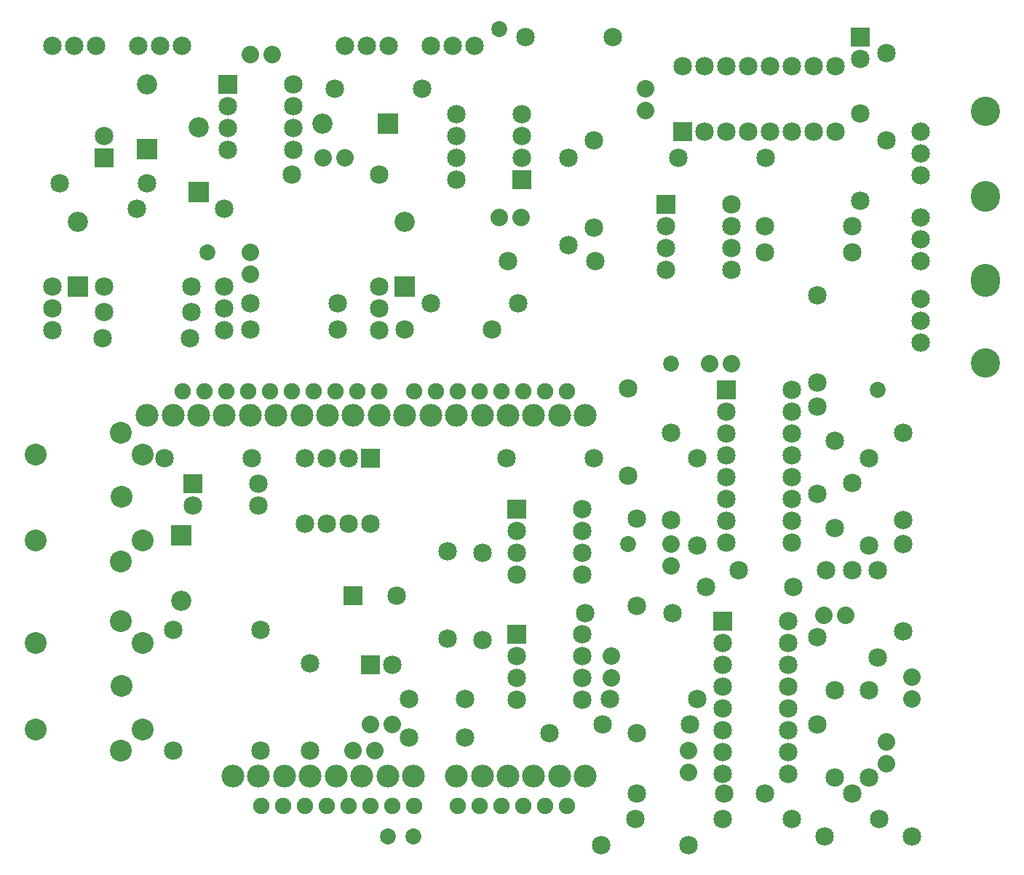
<source format=gts>
G04 MADE WITH FRITZING*
G04 WWW.FRITZING.ORG*
G04 DOUBLE SIDED*
G04 HOLES PLATED*
G04 CONTOUR ON CENTER OF CONTOUR VECTOR*
%ASAXBY*%
%FSLAX23Y23*%
%MOIN*%
%OFA0B0*%
%SFA1.0B1.0*%
%ADD10C,0.072992*%
%ADD11C,0.085000*%
%ADD12C,0.084667*%
%ADD13C,0.084695*%
%ADD14C,0.092000*%
%ADD15C,0.080000*%
%ADD16C,0.134033*%
%ADD17C,0.100000*%
%ADD18C,0.075278*%
%ADD19C,0.104488*%
%ADD20R,0.085000X0.085000*%
%ADD21R,0.092000X0.092000*%
%ADD22R,0.001000X0.001000*%
%LNMASK1*%
G90*
G70*
G54D10*
X3056Y2302D03*
X2859Y1475D03*
X4001Y2184D03*
G54D11*
X2584Y3247D03*
X2584Y2847D03*
G54D10*
X930Y2814D03*
X2269Y3837D03*
X1875Y137D03*
X1757Y137D03*
G54D12*
X615Y3759D03*
X715Y3759D03*
G54D13*
X815Y3759D03*
G54D11*
X458Y3247D03*
X458Y3347D03*
G54D14*
X654Y3286D03*
X654Y3584D03*
G54D11*
X654Y3129D03*
X254Y3129D03*
G54D12*
X221Y3759D03*
X321Y3759D03*
G54D13*
X421Y3759D03*
G54D14*
X1757Y3404D03*
X1459Y3404D03*
G54D11*
X1914Y3562D03*
X1514Y3562D03*
X2372Y3147D03*
X2072Y3147D03*
X2372Y3247D03*
X2072Y3247D03*
X2372Y3347D03*
X2072Y3347D03*
X2372Y3447D03*
X2072Y3447D03*
G54D12*
X1560Y3759D03*
X1660Y3759D03*
G54D13*
X1760Y3759D03*
G54D11*
X1717Y3168D03*
X1317Y3168D03*
G54D12*
X1954Y3759D03*
X2054Y3759D03*
G54D13*
X2154Y3759D03*
G54D11*
X2308Y2774D03*
X2708Y2774D03*
X2702Y3326D03*
X2702Y2926D03*
G54D15*
X2269Y2971D03*
X2369Y2971D03*
G54D11*
X3032Y3032D03*
X3332Y3032D03*
X3032Y2932D03*
X3332Y2932D03*
X3032Y2832D03*
X3332Y2832D03*
X3032Y2732D03*
X3332Y2732D03*
X3883Y2814D03*
X3483Y2814D03*
X3883Y2932D03*
X3483Y2932D03*
X3107Y3365D03*
X3107Y3665D03*
X3207Y3365D03*
X3207Y3665D03*
X3307Y3365D03*
X3307Y3665D03*
X3407Y3365D03*
X3407Y3665D03*
X3507Y3365D03*
X3507Y3665D03*
X3607Y3365D03*
X3607Y3665D03*
X3707Y3365D03*
X3707Y3665D03*
X3807Y3365D03*
X3807Y3665D03*
G54D12*
X4198Y3365D03*
X4198Y3265D03*
G54D13*
X4198Y3165D03*
G54D16*
X4493Y3459D03*
X4493Y3071D03*
G54D11*
X4040Y3326D03*
X4040Y3726D03*
G54D15*
X2938Y3562D03*
X2938Y3462D03*
G54D11*
X2387Y3798D03*
X2787Y3798D03*
X3922Y3050D03*
X3922Y3450D03*
X3922Y3798D03*
X3922Y3698D03*
X3489Y3247D03*
X3089Y3247D03*
X3307Y2184D03*
X3607Y2184D03*
X3307Y2084D03*
X3607Y2084D03*
X3307Y1984D03*
X3607Y1984D03*
X3307Y1884D03*
X3607Y1884D03*
X3307Y1784D03*
X3607Y1784D03*
X3307Y1684D03*
X3607Y1684D03*
X3307Y1584D03*
X3607Y1584D03*
X3307Y1484D03*
X3607Y1484D03*
X2111Y589D03*
X1855Y589D03*
X2111Y766D03*
X1855Y766D03*
X3292Y1124D03*
X3592Y1124D03*
X3292Y1024D03*
X3592Y1024D03*
X3292Y924D03*
X3592Y924D03*
X3292Y824D03*
X3592Y824D03*
X3292Y724D03*
X3592Y724D03*
X3292Y624D03*
X3592Y624D03*
X3292Y524D03*
X3592Y524D03*
X3292Y424D03*
X3592Y424D03*
X1402Y530D03*
X1402Y930D03*
G54D15*
X1678Y648D03*
X1778Y648D03*
G54D11*
X866Y1751D03*
X1166Y1751D03*
X866Y1651D03*
X1166Y1651D03*
G54D14*
X812Y1515D03*
X812Y1217D03*
G54D17*
X537Y1691D03*
X536Y1396D03*
X536Y1987D03*
X635Y1887D03*
X636Y1494D03*
X143Y1887D03*
X143Y1493D03*
X537Y1691D03*
X536Y1396D03*
X536Y1987D03*
X635Y1887D03*
X636Y1494D03*
X143Y1887D03*
X143Y1493D03*
X537Y825D03*
X536Y530D03*
X536Y1121D03*
X635Y1021D03*
X636Y627D03*
X143Y1021D03*
X143Y627D03*
X537Y825D03*
X536Y530D03*
X536Y1121D03*
X635Y1021D03*
X636Y627D03*
X143Y1021D03*
X143Y627D03*
G54D11*
X733Y1869D03*
X1133Y1869D03*
X2702Y1869D03*
X2302Y1869D03*
X773Y1081D03*
X1173Y1081D03*
X773Y530D03*
X1173Y530D03*
G54D18*
X2177Y277D03*
X2277Y277D03*
X2377Y277D03*
X2477Y277D03*
X2577Y277D03*
X1717Y2177D03*
X1617Y2177D03*
X1517Y2177D03*
X1417Y2177D03*
X1317Y2177D03*
X1217Y2177D03*
X1117Y2177D03*
X1017Y2177D03*
X917Y2177D03*
X817Y2177D03*
X2577Y2177D03*
X2477Y2177D03*
X2377Y2177D03*
X2277Y2177D03*
X2177Y2177D03*
X2077Y2177D03*
X1977Y2177D03*
X1877Y2177D03*
X1277Y277D03*
X1177Y277D03*
X1377Y277D03*
X1477Y277D03*
X1577Y277D03*
X1677Y277D03*
X1777Y277D03*
X1877Y277D03*
X2077Y277D03*
G54D11*
X1678Y1869D03*
X1678Y1569D03*
X1578Y1869D03*
X1578Y1569D03*
X1478Y1869D03*
X1478Y1569D03*
X1378Y1869D03*
X1378Y1569D03*
G54D15*
X1699Y530D03*
X1599Y530D03*
G54D19*
X2426Y2066D03*
X2190Y2066D03*
X2308Y2066D03*
X2662Y2066D03*
X2544Y2066D03*
X2072Y2066D03*
X1954Y2066D03*
G54D11*
X221Y2456D03*
X221Y2556D03*
X221Y2656D03*
G54D19*
X1836Y2066D03*
G54D11*
X1009Y2456D03*
X1009Y2556D03*
X1009Y2656D03*
G54D19*
X1717Y2066D03*
X1599Y2066D03*
G54D11*
X1717Y2456D03*
X1717Y2556D03*
X1717Y2656D03*
G54D19*
X1363Y2066D03*
X773Y2066D03*
G54D11*
X851Y2420D03*
X451Y2420D03*
G54D19*
X1127Y2066D03*
X1009Y2066D03*
G54D11*
X458Y2538D03*
X858Y2538D03*
G54D19*
X1245Y2066D03*
X891Y2066D03*
G54D11*
X1127Y2578D03*
X1527Y2578D03*
G54D19*
X1481Y2066D03*
X654Y2066D03*
G54D11*
X458Y2656D03*
X858Y2656D03*
G54D19*
X2426Y412D03*
X2544Y412D03*
G54D11*
X1127Y2459D03*
X1527Y2459D03*
G54D19*
X2190Y412D03*
X2662Y412D03*
G54D11*
X1954Y2578D03*
X2354Y2578D03*
G54D19*
X2308Y412D03*
X2072Y412D03*
G54D15*
X1127Y2714D03*
X1127Y2814D03*
G54D19*
X1875Y412D03*
X1639Y412D03*
X1521Y412D03*
G54D14*
X1836Y2656D03*
X1836Y2954D03*
G54D19*
X1757Y412D03*
G54D14*
X339Y2656D03*
X339Y2954D03*
G54D19*
X1284Y412D03*
G54D11*
X1836Y2459D03*
X2236Y2459D03*
G54D19*
X1402Y412D03*
X1166Y412D03*
G54D11*
X1024Y3583D03*
X1324Y3583D03*
X1024Y3483D03*
X1324Y3483D03*
X1024Y3383D03*
X1324Y3383D03*
X1024Y3283D03*
X1324Y3283D03*
G54D19*
X1048Y412D03*
G54D15*
X1560Y3247D03*
X1460Y3247D03*
X1127Y3719D03*
X1227Y3719D03*
G54D11*
X2347Y1636D03*
X2647Y1636D03*
X2347Y1536D03*
X2647Y1536D03*
X2347Y1436D03*
X2647Y1436D03*
X2347Y1336D03*
X2647Y1336D03*
G54D14*
X891Y3089D03*
X891Y3387D03*
G54D11*
X1009Y3011D03*
X609Y3011D03*
X2032Y1042D03*
X2032Y1442D03*
X2190Y1436D03*
X2190Y1036D03*
X3365Y1357D03*
X3765Y1357D03*
X2347Y1063D03*
X2647Y1063D03*
X2347Y963D03*
X2647Y963D03*
X2347Y863D03*
X2647Y863D03*
X2347Y763D03*
X2647Y763D03*
X3174Y766D03*
X2774Y766D03*
X2898Y609D03*
X2498Y609D03*
G54D15*
X2780Y963D03*
X2780Y863D03*
G54D11*
X1678Y924D03*
X1778Y924D03*
X3056Y1587D03*
X3056Y1987D03*
X1599Y1239D03*
X1799Y1239D03*
X2859Y1790D03*
X2859Y2190D03*
X2662Y1160D03*
X3062Y1160D03*
X2898Y1593D03*
X2898Y1193D03*
X3174Y1469D03*
X3174Y1869D03*
X2741Y648D03*
X3141Y648D03*
X4119Y1587D03*
X4119Y1987D03*
X2892Y215D03*
X3292Y215D03*
X3613Y1278D03*
X3213Y1278D03*
X2898Y333D03*
X3298Y333D03*
X3725Y1705D03*
X3725Y2105D03*
X3725Y648D03*
X3725Y1048D03*
X3804Y1548D03*
X3804Y1948D03*
X3483Y333D03*
X3883Y333D03*
X3883Y1757D03*
X3883Y1357D03*
X4007Y215D03*
X3607Y215D03*
X4119Y1075D03*
X4119Y1475D03*
X3758Y137D03*
X4158Y137D03*
X3961Y1469D03*
X3961Y1869D03*
X3961Y406D03*
X3961Y806D03*
G54D15*
X3854Y1149D03*
X3754Y1149D03*
X4040Y469D03*
X4040Y570D03*
G54D11*
X4001Y957D03*
X4001Y1357D03*
X3804Y406D03*
X3804Y806D03*
G54D15*
X3056Y1375D03*
X3056Y1475D03*
X3135Y430D03*
X3135Y530D03*
G54D12*
X4198Y2599D03*
X4198Y2499D03*
G54D13*
X4198Y2399D03*
G54D16*
X4493Y2693D03*
X4493Y2305D03*
G54D11*
X2735Y97D03*
X3135Y97D03*
G54D12*
X4198Y2971D03*
X4198Y2871D03*
G54D13*
X4198Y2771D03*
G54D16*
X4493Y3065D03*
X4493Y2677D03*
G54D11*
X3725Y2617D03*
X3725Y2217D03*
G54D15*
X4158Y867D03*
X4158Y766D03*
X3231Y2302D03*
X3332Y2302D03*
G54D20*
X458Y3247D03*
G54D21*
X654Y3285D03*
X1758Y3404D03*
G54D20*
X2372Y3147D03*
X3032Y3032D03*
X3107Y3365D03*
X3922Y3798D03*
X3307Y2184D03*
X3292Y1124D03*
X866Y1751D03*
G54D21*
X812Y1516D03*
G54D20*
X1678Y1869D03*
G54D21*
X1836Y2655D03*
X339Y2655D03*
G54D20*
X1024Y3583D03*
X2347Y1636D03*
G54D21*
X891Y3088D03*
G54D20*
X2347Y1063D03*
X1678Y924D03*
X1599Y1239D03*
G54D22*
D02*
G04 End of Mask1*
M02*
</source>
